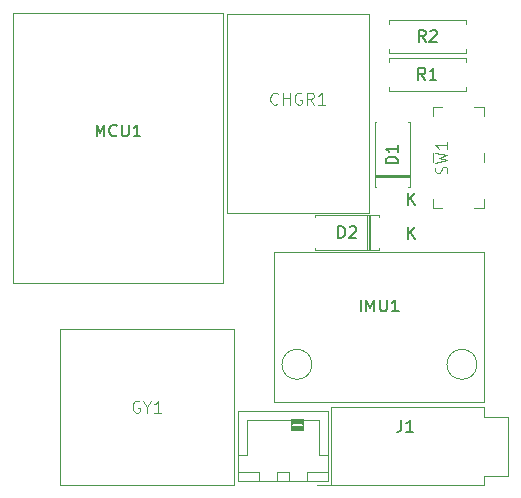
<source format=gto>
G04 #@! TF.GenerationSoftware,KiCad,Pcbnew,9.0.2*
G04 #@! TF.CreationDate,2025-07-09T02:38:08-04:00*
G04 #@! TF.ProjectId,FBT,4642542e-6b69-4636-9164-5f7063625858,rev?*
G04 #@! TF.SameCoordinates,Original*
G04 #@! TF.FileFunction,Legend,Top*
G04 #@! TF.FilePolarity,Positive*
%FSLAX46Y46*%
G04 Gerber Fmt 4.6, Leading zero omitted, Abs format (unit mm)*
G04 Created by KiCad (PCBNEW 9.0.2) date 2025-07-09 02:38:08*
%MOMM*%
%LPD*%
G01*
G04 APERTURE LIST*
%ADD10C,0.100000*%
%ADD11C,0.150000*%
%ADD12C,0.120000*%
G04 APERTURE END LIST*
D10*
G36*
X154623094Y-85429724D02*
G01*
X153546579Y-85429724D01*
X153546579Y-84872332D01*
X153657690Y-84872332D01*
X153657690Y-84910600D01*
X153684750Y-84937660D01*
X153703884Y-84941466D01*
X154034836Y-84941466D01*
X154034836Y-85272419D01*
X154038642Y-85291553D01*
X154065702Y-85318613D01*
X154103970Y-85318613D01*
X154131030Y-85291553D01*
X154134836Y-85272419D01*
X154134836Y-84941466D01*
X154465789Y-84941466D01*
X154484923Y-84937660D01*
X154511983Y-84910600D01*
X154511983Y-84872332D01*
X154484923Y-84845272D01*
X154465789Y-84841466D01*
X154134836Y-84841466D01*
X154134836Y-84510514D01*
X154131030Y-84491380D01*
X154103970Y-84464320D01*
X154065702Y-84464320D01*
X154038642Y-84491380D01*
X154034836Y-84510514D01*
X154034836Y-84841466D01*
X153703884Y-84841466D01*
X153684750Y-84845272D01*
X153657690Y-84872332D01*
X153546579Y-84872332D01*
X153546579Y-84353209D01*
X154623094Y-84353209D01*
X154623094Y-85429724D01*
G37*
X152409523Y-57662180D02*
X152361904Y-57709800D01*
X152361904Y-57709800D02*
X152219047Y-57757419D01*
X152219047Y-57757419D02*
X152123809Y-57757419D01*
X152123809Y-57757419D02*
X151980952Y-57709800D01*
X151980952Y-57709800D02*
X151885714Y-57614561D01*
X151885714Y-57614561D02*
X151838095Y-57519323D01*
X151838095Y-57519323D02*
X151790476Y-57328847D01*
X151790476Y-57328847D02*
X151790476Y-57185990D01*
X151790476Y-57185990D02*
X151838095Y-56995514D01*
X151838095Y-56995514D02*
X151885714Y-56900276D01*
X151885714Y-56900276D02*
X151980952Y-56805038D01*
X151980952Y-56805038D02*
X152123809Y-56757419D01*
X152123809Y-56757419D02*
X152219047Y-56757419D01*
X152219047Y-56757419D02*
X152361904Y-56805038D01*
X152361904Y-56805038D02*
X152409523Y-56852657D01*
X152838095Y-57757419D02*
X152838095Y-56757419D01*
X152838095Y-57233609D02*
X153409523Y-57233609D01*
X153409523Y-57757419D02*
X153409523Y-56757419D01*
X154409523Y-56805038D02*
X154314285Y-56757419D01*
X154314285Y-56757419D02*
X154171428Y-56757419D01*
X154171428Y-56757419D02*
X154028571Y-56805038D01*
X154028571Y-56805038D02*
X153933333Y-56900276D01*
X153933333Y-56900276D02*
X153885714Y-56995514D01*
X153885714Y-56995514D02*
X153838095Y-57185990D01*
X153838095Y-57185990D02*
X153838095Y-57328847D01*
X153838095Y-57328847D02*
X153885714Y-57519323D01*
X153885714Y-57519323D02*
X153933333Y-57614561D01*
X153933333Y-57614561D02*
X154028571Y-57709800D01*
X154028571Y-57709800D02*
X154171428Y-57757419D01*
X154171428Y-57757419D02*
X154266666Y-57757419D01*
X154266666Y-57757419D02*
X154409523Y-57709800D01*
X154409523Y-57709800D02*
X154457142Y-57662180D01*
X154457142Y-57662180D02*
X154457142Y-57328847D01*
X154457142Y-57328847D02*
X154266666Y-57328847D01*
X155457142Y-57757419D02*
X155123809Y-57281228D01*
X154885714Y-57757419D02*
X154885714Y-56757419D01*
X154885714Y-56757419D02*
X155266666Y-56757419D01*
X155266666Y-56757419D02*
X155361904Y-56805038D01*
X155361904Y-56805038D02*
X155409523Y-56852657D01*
X155409523Y-56852657D02*
X155457142Y-56947895D01*
X155457142Y-56947895D02*
X155457142Y-57090752D01*
X155457142Y-57090752D02*
X155409523Y-57185990D01*
X155409523Y-57185990D02*
X155361904Y-57233609D01*
X155361904Y-57233609D02*
X155266666Y-57281228D01*
X155266666Y-57281228D02*
X154885714Y-57281228D01*
X156409523Y-57757419D02*
X155838095Y-57757419D01*
X156123809Y-57757419D02*
X156123809Y-56757419D01*
X156123809Y-56757419D02*
X156028571Y-56900276D01*
X156028571Y-56900276D02*
X155933333Y-56995514D01*
X155933333Y-56995514D02*
X155838095Y-57043133D01*
D11*
X137066667Y-60454819D02*
X137066667Y-59454819D01*
X137066667Y-59454819D02*
X137400000Y-60169104D01*
X137400000Y-60169104D02*
X137733333Y-59454819D01*
X137733333Y-59454819D02*
X137733333Y-60454819D01*
X138780952Y-60359580D02*
X138733333Y-60407200D01*
X138733333Y-60407200D02*
X138590476Y-60454819D01*
X138590476Y-60454819D02*
X138495238Y-60454819D01*
X138495238Y-60454819D02*
X138352381Y-60407200D01*
X138352381Y-60407200D02*
X138257143Y-60311961D01*
X138257143Y-60311961D02*
X138209524Y-60216723D01*
X138209524Y-60216723D02*
X138161905Y-60026247D01*
X138161905Y-60026247D02*
X138161905Y-59883390D01*
X138161905Y-59883390D02*
X138209524Y-59692914D01*
X138209524Y-59692914D02*
X138257143Y-59597676D01*
X138257143Y-59597676D02*
X138352381Y-59502438D01*
X138352381Y-59502438D02*
X138495238Y-59454819D01*
X138495238Y-59454819D02*
X138590476Y-59454819D01*
X138590476Y-59454819D02*
X138733333Y-59502438D01*
X138733333Y-59502438D02*
X138780952Y-59550057D01*
X139209524Y-59454819D02*
X139209524Y-60264342D01*
X139209524Y-60264342D02*
X139257143Y-60359580D01*
X139257143Y-60359580D02*
X139304762Y-60407200D01*
X139304762Y-60407200D02*
X139400000Y-60454819D01*
X139400000Y-60454819D02*
X139590476Y-60454819D01*
X139590476Y-60454819D02*
X139685714Y-60407200D01*
X139685714Y-60407200D02*
X139733333Y-60359580D01*
X139733333Y-60359580D02*
X139780952Y-60264342D01*
X139780952Y-60264342D02*
X139780952Y-59454819D01*
X140780952Y-60454819D02*
X140209524Y-60454819D01*
X140495238Y-60454819D02*
X140495238Y-59454819D01*
X140495238Y-59454819D02*
X140400000Y-59597676D01*
X140400000Y-59597676D02*
X140304762Y-59692914D01*
X140304762Y-59692914D02*
X140209524Y-59740533D01*
X162554819Y-62728094D02*
X161554819Y-62728094D01*
X161554819Y-62728094D02*
X161554819Y-62489999D01*
X161554819Y-62489999D02*
X161602438Y-62347142D01*
X161602438Y-62347142D02*
X161697676Y-62251904D01*
X161697676Y-62251904D02*
X161792914Y-62204285D01*
X161792914Y-62204285D02*
X161983390Y-62156666D01*
X161983390Y-62156666D02*
X162126247Y-62156666D01*
X162126247Y-62156666D02*
X162316723Y-62204285D01*
X162316723Y-62204285D02*
X162411961Y-62251904D01*
X162411961Y-62251904D02*
X162507200Y-62347142D01*
X162507200Y-62347142D02*
X162554819Y-62489999D01*
X162554819Y-62489999D02*
X162554819Y-62728094D01*
X162554819Y-61204285D02*
X162554819Y-61775713D01*
X162554819Y-61489999D02*
X161554819Y-61489999D01*
X161554819Y-61489999D02*
X161697676Y-61585237D01*
X161697676Y-61585237D02*
X161792914Y-61680475D01*
X161792914Y-61680475D02*
X161840533Y-61775713D01*
X163438095Y-66254819D02*
X163438095Y-65254819D01*
X164009523Y-66254819D02*
X163580952Y-65683390D01*
X164009523Y-65254819D02*
X163438095Y-65826247D01*
X157551905Y-69054819D02*
X157551905Y-68054819D01*
X157551905Y-68054819D02*
X157790000Y-68054819D01*
X157790000Y-68054819D02*
X157932857Y-68102438D01*
X157932857Y-68102438D02*
X158028095Y-68197676D01*
X158028095Y-68197676D02*
X158075714Y-68292914D01*
X158075714Y-68292914D02*
X158123333Y-68483390D01*
X158123333Y-68483390D02*
X158123333Y-68626247D01*
X158123333Y-68626247D02*
X158075714Y-68816723D01*
X158075714Y-68816723D02*
X158028095Y-68911961D01*
X158028095Y-68911961D02*
X157932857Y-69007200D01*
X157932857Y-69007200D02*
X157790000Y-69054819D01*
X157790000Y-69054819D02*
X157551905Y-69054819D01*
X158504286Y-68150057D02*
X158551905Y-68102438D01*
X158551905Y-68102438D02*
X158647143Y-68054819D01*
X158647143Y-68054819D02*
X158885238Y-68054819D01*
X158885238Y-68054819D02*
X158980476Y-68102438D01*
X158980476Y-68102438D02*
X159028095Y-68150057D01*
X159028095Y-68150057D02*
X159075714Y-68245295D01*
X159075714Y-68245295D02*
X159075714Y-68340533D01*
X159075714Y-68340533D02*
X159028095Y-68483390D01*
X159028095Y-68483390D02*
X158456667Y-69054819D01*
X158456667Y-69054819D02*
X159075714Y-69054819D01*
X163478095Y-69154819D02*
X163478095Y-68154819D01*
X164049523Y-69154819D02*
X163620952Y-68583390D01*
X164049523Y-68154819D02*
X163478095Y-68726247D01*
X162866666Y-84454819D02*
X162866666Y-85169104D01*
X162866666Y-85169104D02*
X162819047Y-85311961D01*
X162819047Y-85311961D02*
X162723809Y-85407200D01*
X162723809Y-85407200D02*
X162580952Y-85454819D01*
X162580952Y-85454819D02*
X162485714Y-85454819D01*
X163866666Y-85454819D02*
X163295238Y-85454819D01*
X163580952Y-85454819D02*
X163580952Y-84454819D01*
X163580952Y-84454819D02*
X163485714Y-84597676D01*
X163485714Y-84597676D02*
X163390476Y-84692914D01*
X163390476Y-84692914D02*
X163295238Y-84740533D01*
D10*
X166709800Y-63583332D02*
X166757419Y-63440475D01*
X166757419Y-63440475D02*
X166757419Y-63202380D01*
X166757419Y-63202380D02*
X166709800Y-63107142D01*
X166709800Y-63107142D02*
X166662180Y-63059523D01*
X166662180Y-63059523D02*
X166566942Y-63011904D01*
X166566942Y-63011904D02*
X166471704Y-63011904D01*
X166471704Y-63011904D02*
X166376466Y-63059523D01*
X166376466Y-63059523D02*
X166328847Y-63107142D01*
X166328847Y-63107142D02*
X166281228Y-63202380D01*
X166281228Y-63202380D02*
X166233609Y-63392856D01*
X166233609Y-63392856D02*
X166185990Y-63488094D01*
X166185990Y-63488094D02*
X166138371Y-63535713D01*
X166138371Y-63535713D02*
X166043133Y-63583332D01*
X166043133Y-63583332D02*
X165947895Y-63583332D01*
X165947895Y-63583332D02*
X165852657Y-63535713D01*
X165852657Y-63535713D02*
X165805038Y-63488094D01*
X165805038Y-63488094D02*
X165757419Y-63392856D01*
X165757419Y-63392856D02*
X165757419Y-63154761D01*
X165757419Y-63154761D02*
X165805038Y-63011904D01*
X165757419Y-62678570D02*
X166757419Y-62440475D01*
X166757419Y-62440475D02*
X166043133Y-62249999D01*
X166043133Y-62249999D02*
X166757419Y-62059523D01*
X166757419Y-62059523D02*
X165757419Y-61821428D01*
X166757419Y-60916666D02*
X166757419Y-61488094D01*
X166757419Y-61202380D02*
X165757419Y-61202380D01*
X165757419Y-61202380D02*
X165900276Y-61297618D01*
X165900276Y-61297618D02*
X165995514Y-61392856D01*
X165995514Y-61392856D02*
X166043133Y-61488094D01*
X140687142Y-82885038D02*
X140591904Y-82837419D01*
X140591904Y-82837419D02*
X140449047Y-82837419D01*
X140449047Y-82837419D02*
X140306190Y-82885038D01*
X140306190Y-82885038D02*
X140210952Y-82980276D01*
X140210952Y-82980276D02*
X140163333Y-83075514D01*
X140163333Y-83075514D02*
X140115714Y-83265990D01*
X140115714Y-83265990D02*
X140115714Y-83408847D01*
X140115714Y-83408847D02*
X140163333Y-83599323D01*
X140163333Y-83599323D02*
X140210952Y-83694561D01*
X140210952Y-83694561D02*
X140306190Y-83789800D01*
X140306190Y-83789800D02*
X140449047Y-83837419D01*
X140449047Y-83837419D02*
X140544285Y-83837419D01*
X140544285Y-83837419D02*
X140687142Y-83789800D01*
X140687142Y-83789800D02*
X140734761Y-83742180D01*
X140734761Y-83742180D02*
X140734761Y-83408847D01*
X140734761Y-83408847D02*
X140544285Y-83408847D01*
X141353809Y-83361228D02*
X141353809Y-83837419D01*
X141020476Y-82837419D02*
X141353809Y-83361228D01*
X141353809Y-83361228D02*
X141687142Y-82837419D01*
X142544285Y-83837419D02*
X141972857Y-83837419D01*
X142258571Y-83837419D02*
X142258571Y-82837419D01*
X142258571Y-82837419D02*
X142163333Y-82980276D01*
X142163333Y-82980276D02*
X142068095Y-83075514D01*
X142068095Y-83075514D02*
X141972857Y-83123133D01*
D11*
X159448572Y-75264819D02*
X159448572Y-74264819D01*
X159924762Y-75264819D02*
X159924762Y-74264819D01*
X159924762Y-74264819D02*
X160258095Y-74979104D01*
X160258095Y-74979104D02*
X160591428Y-74264819D01*
X160591428Y-74264819D02*
X160591428Y-75264819D01*
X161067619Y-74264819D02*
X161067619Y-75074342D01*
X161067619Y-75074342D02*
X161115238Y-75169580D01*
X161115238Y-75169580D02*
X161162857Y-75217200D01*
X161162857Y-75217200D02*
X161258095Y-75264819D01*
X161258095Y-75264819D02*
X161448571Y-75264819D01*
X161448571Y-75264819D02*
X161543809Y-75217200D01*
X161543809Y-75217200D02*
X161591428Y-75169580D01*
X161591428Y-75169580D02*
X161639047Y-75074342D01*
X161639047Y-75074342D02*
X161639047Y-74264819D01*
X162639047Y-75264819D02*
X162067619Y-75264819D01*
X162353333Y-75264819D02*
X162353333Y-74264819D01*
X162353333Y-74264819D02*
X162258095Y-74407676D01*
X162258095Y-74407676D02*
X162162857Y-74502914D01*
X162162857Y-74502914D02*
X162067619Y-74550533D01*
X164893333Y-55654819D02*
X164560000Y-55178628D01*
X164321905Y-55654819D02*
X164321905Y-54654819D01*
X164321905Y-54654819D02*
X164702857Y-54654819D01*
X164702857Y-54654819D02*
X164798095Y-54702438D01*
X164798095Y-54702438D02*
X164845714Y-54750057D01*
X164845714Y-54750057D02*
X164893333Y-54845295D01*
X164893333Y-54845295D02*
X164893333Y-54988152D01*
X164893333Y-54988152D02*
X164845714Y-55083390D01*
X164845714Y-55083390D02*
X164798095Y-55131009D01*
X164798095Y-55131009D02*
X164702857Y-55178628D01*
X164702857Y-55178628D02*
X164321905Y-55178628D01*
X165845714Y-55654819D02*
X165274286Y-55654819D01*
X165560000Y-55654819D02*
X165560000Y-54654819D01*
X165560000Y-54654819D02*
X165464762Y-54797676D01*
X165464762Y-54797676D02*
X165369524Y-54892914D01*
X165369524Y-54892914D02*
X165274286Y-54940533D01*
X164923333Y-52454819D02*
X164590000Y-51978628D01*
X164351905Y-52454819D02*
X164351905Y-51454819D01*
X164351905Y-51454819D02*
X164732857Y-51454819D01*
X164732857Y-51454819D02*
X164828095Y-51502438D01*
X164828095Y-51502438D02*
X164875714Y-51550057D01*
X164875714Y-51550057D02*
X164923333Y-51645295D01*
X164923333Y-51645295D02*
X164923333Y-51788152D01*
X164923333Y-51788152D02*
X164875714Y-51883390D01*
X164875714Y-51883390D02*
X164828095Y-51931009D01*
X164828095Y-51931009D02*
X164732857Y-51978628D01*
X164732857Y-51978628D02*
X164351905Y-51978628D01*
X165304286Y-51550057D02*
X165351905Y-51502438D01*
X165351905Y-51502438D02*
X165447143Y-51454819D01*
X165447143Y-51454819D02*
X165685238Y-51454819D01*
X165685238Y-51454819D02*
X165780476Y-51502438D01*
X165780476Y-51502438D02*
X165828095Y-51550057D01*
X165828095Y-51550057D02*
X165875714Y-51645295D01*
X165875714Y-51645295D02*
X165875714Y-51740533D01*
X165875714Y-51740533D02*
X165828095Y-51883390D01*
X165828095Y-51883390D02*
X165256667Y-52454819D01*
X165256667Y-52454819D02*
X165875714Y-52454819D01*
D10*
X160100000Y-50100000D02*
X148100000Y-50100000D01*
X148100000Y-66900000D01*
X160100000Y-66900000D01*
X160100000Y-50100000D01*
D12*
X130006004Y-49991392D02*
X147786004Y-49991392D01*
X147786004Y-72851392D01*
X130006004Y-72851392D01*
X130006004Y-49991392D01*
X160630000Y-59270000D02*
X160760000Y-59270000D01*
X160630000Y-63690000D02*
X163570000Y-63690000D01*
X160630000Y-63810000D02*
X163570000Y-63810000D01*
X160630000Y-63930000D02*
X163570000Y-63930000D01*
X160630000Y-64710000D02*
X160630000Y-59270000D01*
X160760000Y-64710000D02*
X160630000Y-64710000D01*
X163440000Y-64710000D02*
X163570000Y-64710000D01*
X163570000Y-59270000D02*
X163440000Y-59270000D01*
X163570000Y-64710000D02*
X163570000Y-59270000D01*
X155570000Y-67130000D02*
X155570000Y-67260000D01*
X155570000Y-70070000D02*
X155570000Y-69940000D01*
X159990000Y-70070000D02*
X159990000Y-67130000D01*
X160110000Y-70070000D02*
X160110000Y-67130000D01*
X160230000Y-70070000D02*
X160230000Y-67130000D01*
X161010000Y-67130000D02*
X155570000Y-67130000D01*
X161010000Y-67260000D02*
X161010000Y-67130000D01*
X161010000Y-69940000D02*
X161010000Y-70070000D01*
X161010000Y-70070000D02*
X155570000Y-70070000D01*
X156905000Y-90000000D02*
X156905000Y-83400000D01*
X169905000Y-83400000D02*
X156905000Y-83400000D01*
X169905000Y-84200000D02*
X169905000Y-83400000D01*
X169905000Y-89200000D02*
X169905000Y-90000000D01*
X169905000Y-90000000D02*
X156905000Y-90000000D01*
X171905000Y-84200000D02*
X169905000Y-84200000D01*
X171905000Y-88900000D02*
X171905000Y-84200000D01*
X171905000Y-88900000D02*
X171905000Y-89200000D01*
X171905000Y-89200000D02*
X169905000Y-89200000D01*
D10*
X165550000Y-57950000D02*
X165550000Y-58750000D01*
X165550000Y-57950000D02*
X166350000Y-57950000D01*
X165550000Y-62650000D02*
X165550000Y-61850000D01*
X165550000Y-66550000D02*
X165550000Y-65750000D01*
X165550000Y-66550000D02*
X166350000Y-66550000D01*
X169850000Y-57950000D02*
X169050000Y-57950000D01*
X169850000Y-57950000D02*
X169850000Y-58750000D01*
X169850000Y-61850000D02*
X169850000Y-62650000D01*
X169850000Y-66550000D02*
X169050000Y-66550000D01*
X169850000Y-66550000D02*
X169850000Y-65750000D01*
D12*
X149040000Y-83690000D02*
X149040000Y-89660000D01*
X149040000Y-89660000D02*
X156660000Y-89660000D01*
X149050000Y-87400000D02*
X149800000Y-87400000D01*
X149050000Y-88900000D02*
X149050000Y-89650000D01*
X149050000Y-89650000D02*
X150850000Y-89650000D01*
X149800000Y-84450000D02*
X152850000Y-84450000D01*
X149800000Y-87400000D02*
X149800000Y-84450000D01*
X150850000Y-88900000D02*
X149050000Y-88900000D01*
X150850000Y-89650000D02*
X150850000Y-88900000D01*
X152350000Y-88900000D02*
X152350000Y-89650000D01*
X152350000Y-89650000D02*
X153350000Y-89650000D01*
X153350000Y-88900000D02*
X152350000Y-88900000D01*
X153350000Y-89650000D02*
X153350000Y-88900000D01*
X154850000Y-88900000D02*
X154850000Y-89650000D01*
X154850000Y-89650000D02*
X156650000Y-89650000D01*
X155700000Y-89950000D02*
X156950000Y-89950000D01*
X155900000Y-84450000D02*
X152850000Y-84450000D01*
X155900000Y-87400000D02*
X155900000Y-84450000D01*
X156650000Y-87400000D02*
X155900000Y-87400000D01*
X156650000Y-88900000D02*
X154850000Y-88900000D01*
X156650000Y-89650000D02*
X156650000Y-88900000D01*
X156660000Y-83690000D02*
X149040000Y-83690000D01*
X156660000Y-89660000D02*
X156660000Y-83690000D01*
X156950000Y-89950000D02*
X156950000Y-88700000D01*
X148724000Y-90004000D02*
X133936000Y-90004000D01*
X133936000Y-76756000D01*
X148724000Y-76756000D01*
X148724000Y-90004000D01*
X169910000Y-70230000D02*
X152130000Y-70230000D01*
X152130000Y-82930000D01*
X169910000Y-82930000D01*
X169910000Y-70230000D01*
X155305000Y-79755000D02*
G75*
G02*
X152765000Y-79755000I-1270000J0D01*
G01*
X152765000Y-79755000D02*
G75*
G02*
X155305000Y-79755000I1270000J0D01*
G01*
X169275000Y-79755000D02*
G75*
G02*
X166735000Y-79755000I-1270000J0D01*
G01*
X166735000Y-79755000D02*
G75*
G02*
X169275000Y-79755000I1270000J0D01*
G01*
X161790000Y-53830000D02*
X161790000Y-54160000D01*
X161790000Y-56570000D02*
X161790000Y-56240000D01*
X168330000Y-53830000D02*
X161790000Y-53830000D01*
X168330000Y-54160000D02*
X168330000Y-53830000D01*
X168330000Y-56240000D02*
X168330000Y-56570000D01*
X168330000Y-56570000D02*
X161790000Y-56570000D01*
X161820000Y-50630000D02*
X168360000Y-50630000D01*
X161820000Y-50960000D02*
X161820000Y-50630000D01*
X161820000Y-53040000D02*
X161820000Y-53370000D01*
X161820000Y-53370000D02*
X168360000Y-53370000D01*
X168360000Y-50630000D02*
X168360000Y-50960000D01*
X168360000Y-53370000D02*
X168360000Y-53040000D01*
M02*

</source>
